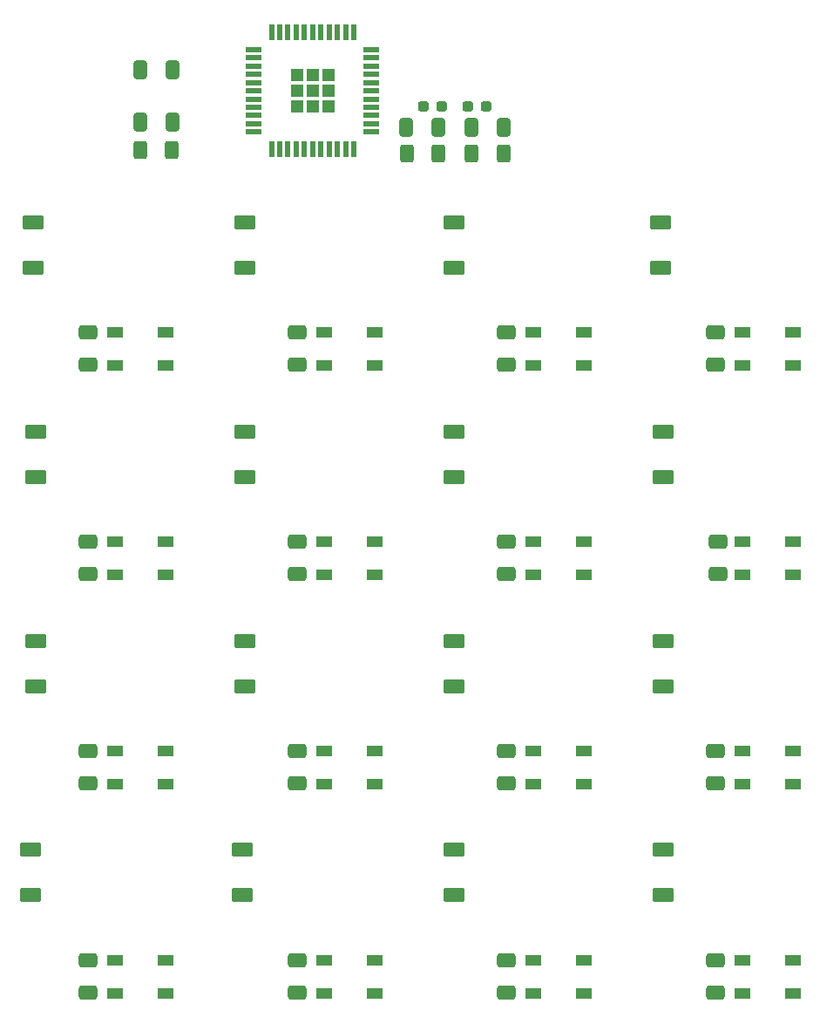
<source format=gbp>
%TF.GenerationSoftware,KiCad,Pcbnew,7.0.1*%
%TF.CreationDate,2023-05-22T14:58:09-04:00*%
%TF.ProjectId,MacroPad,4d616372-6f50-4616-942e-6b696361645f,rev?*%
%TF.SameCoordinates,Original*%
%TF.FileFunction,Paste,Bot*%
%TF.FilePolarity,Positive*%
%FSLAX46Y46*%
G04 Gerber Fmt 4.6, Leading zero omitted, Abs format (unit mm)*
G04 Created by KiCad (PCBNEW 7.0.1) date 2023-05-22 14:58:09*
%MOMM*%
%LPD*%
G01*
G04 APERTURE LIST*
G04 Aperture macros list*
%AMRoundRect*
0 Rectangle with rounded corners*
0 $1 Rounding radius*
0 $2 $3 $4 $5 $6 $7 $8 $9 X,Y pos of 4 corners*
0 Add a 4 corners polygon primitive as box body*
4,1,4,$2,$3,$4,$5,$6,$7,$8,$9,$2,$3,0*
0 Add four circle primitives for the rounded corners*
1,1,$1+$1,$2,$3*
1,1,$1+$1,$4,$5*
1,1,$1+$1,$6,$7*
1,1,$1+$1,$8,$9*
0 Add four rect primitives between the rounded corners*
20,1,$1+$1,$2,$3,$4,$5,0*
20,1,$1+$1,$4,$5,$6,$7,0*
20,1,$1+$1,$6,$7,$8,$9,0*
20,1,$1+$1,$8,$9,$2,$3,0*%
G04 Aperture macros list end*
%ADD10R,1.500000X1.000000*%
%ADD11RoundRect,0.250000X-0.800000X0.450000X-0.800000X-0.450000X0.800000X-0.450000X0.800000X0.450000X0*%
%ADD12R,1.160000X1.160000*%
%ADD13R,0.550000X1.500000*%
%ADD14R,1.500000X0.550000*%
%ADD15RoundRect,0.250000X-0.650000X0.412500X-0.650000X-0.412500X0.650000X-0.412500X0.650000X0.412500X0*%
%ADD16RoundRect,0.250000X-0.412500X-0.650000X0.412500X-0.650000X0.412500X0.650000X-0.412500X0.650000X0*%
%ADD17RoundRect,0.237500X0.287500X0.237500X-0.287500X0.237500X-0.287500X-0.237500X0.287500X-0.237500X0*%
%ADD18RoundRect,0.250000X0.400000X0.625000X-0.400000X0.625000X-0.400000X-0.625000X0.400000X-0.625000X0*%
%ADD19RoundRect,0.250000X0.412500X0.650000X-0.412500X0.650000X-0.412500X-0.650000X0.412500X-0.650000X0*%
%ADD20RoundRect,0.237500X-0.287500X-0.237500X0.287500X-0.237500X0.287500X0.237500X-0.287500X0.237500X0*%
%ADD21RoundRect,0.250000X-0.400000X-0.625000X0.400000X-0.625000X0.400000X0.625000X-0.400000X0.625000X0*%
G04 APERTURE END LIST*
D10*
X91530000Y-118034000D03*
X91530000Y-121234000D03*
X96430000Y-121234000D03*
X96430000Y-118034000D03*
X152490000Y-118034000D03*
X152490000Y-121234000D03*
X157390000Y-121234000D03*
X157390000Y-118034000D03*
X132170000Y-138354000D03*
X132170000Y-141554000D03*
X137070000Y-141554000D03*
X137070000Y-138354000D03*
X152490000Y-97714000D03*
X152490000Y-100914000D03*
X157390000Y-100914000D03*
X157390000Y-97714000D03*
X111850000Y-97714000D03*
X111850000Y-100914000D03*
X116750000Y-100914000D03*
X116750000Y-97714000D03*
X111850000Y-138354000D03*
X111850000Y-141554000D03*
X116750000Y-141554000D03*
X116750000Y-138354000D03*
X152490000Y-77394000D03*
X152490000Y-80594000D03*
X157390000Y-80594000D03*
X157390000Y-77394000D03*
X91530000Y-77394000D03*
X91530000Y-80594000D03*
X96430000Y-80594000D03*
X96430000Y-77394000D03*
X132170000Y-118034000D03*
X132170000Y-121234000D03*
X137070000Y-121234000D03*
X137070000Y-118034000D03*
X91530000Y-97714000D03*
X91530000Y-100914000D03*
X96430000Y-100914000D03*
X96430000Y-97714000D03*
X91530000Y-138354000D03*
X91530000Y-141554000D03*
X96430000Y-141554000D03*
X96430000Y-138354000D03*
X152490000Y-138354000D03*
X152490000Y-141554000D03*
X157390000Y-141554000D03*
X157390000Y-138354000D03*
X111850000Y-118034000D03*
X111850000Y-121234000D03*
X116750000Y-121234000D03*
X116750000Y-118034000D03*
X132170000Y-77394000D03*
X132170000Y-80594000D03*
X137070000Y-80594000D03*
X137070000Y-77394000D03*
X111850000Y-77394000D03*
X111850000Y-80594000D03*
X116750000Y-80594000D03*
X116750000Y-77394000D03*
X132170000Y-97714000D03*
X132170000Y-100914000D03*
X137070000Y-100914000D03*
X137070000Y-97714000D03*
D11*
X104140000Y-66720000D03*
X104140000Y-71120000D03*
X124460000Y-107360000D03*
X124460000Y-111760000D03*
X104140000Y-107360000D03*
X104140000Y-111760000D03*
D12*
X109244000Y-55461000D03*
X110744000Y-55461000D03*
X112244000Y-55461000D03*
X109244000Y-53961000D03*
X110744000Y-53961000D03*
X112244000Y-53961000D03*
X109244000Y-52461000D03*
X110744000Y-52461000D03*
X112244000Y-52461000D03*
D13*
X114744000Y-59661000D03*
X113944000Y-59661000D03*
X113144000Y-59661000D03*
X112344000Y-59661000D03*
X111544000Y-59661000D03*
X110744000Y-59661000D03*
X109944000Y-59661000D03*
X109144000Y-59661000D03*
X108344000Y-59661000D03*
X107544000Y-59661000D03*
X106744000Y-59661000D03*
D14*
X105044000Y-57961000D03*
X105044000Y-57161000D03*
X105044000Y-56361000D03*
X105044000Y-55561000D03*
X105044000Y-54761000D03*
X105044000Y-53961000D03*
X105044000Y-53161000D03*
X105044000Y-52361000D03*
X105044000Y-51561000D03*
X105044000Y-50761000D03*
X105044000Y-49961000D03*
D13*
X106744000Y-48261000D03*
X107544000Y-48261000D03*
X108344000Y-48261000D03*
X109144000Y-48261000D03*
X109944000Y-48261000D03*
X110744000Y-48261000D03*
X111544000Y-48261000D03*
X112344000Y-48261000D03*
X113144000Y-48261000D03*
X113944000Y-48261000D03*
X114744000Y-48261000D03*
D14*
X116444000Y-49961000D03*
X116444000Y-50761000D03*
X116444000Y-51561000D03*
X116444000Y-52361000D03*
X116444000Y-53161000D03*
X116444000Y-53961000D03*
X116444000Y-54761000D03*
X116444000Y-55561000D03*
X116444000Y-56361000D03*
X116444000Y-57161000D03*
X116444000Y-57961000D03*
D15*
X129540000Y-97751500D03*
X129540000Y-100876500D03*
D11*
X83820000Y-107360000D03*
X83820000Y-111760000D03*
D16*
X93965500Y-51939000D03*
X97090500Y-51939000D03*
D11*
X104140000Y-87040000D03*
X104140000Y-91440000D03*
D15*
X129540000Y-77431500D03*
X129540000Y-80556500D03*
D11*
X144780000Y-127594000D03*
X144780000Y-131994000D03*
D15*
X88900000Y-97751500D03*
X88900000Y-100876500D03*
X149860000Y-138391500D03*
X149860000Y-141516500D03*
X109220000Y-118071500D03*
X109220000Y-121196500D03*
X149860000Y-118071500D03*
X149860000Y-121196500D03*
D17*
X127582500Y-55509000D03*
X125832500Y-55509000D03*
D18*
X122962000Y-60081000D03*
X119862000Y-60081000D03*
D11*
X124460000Y-87040000D03*
X124460000Y-91440000D03*
X144780000Y-107360000D03*
X144780000Y-111760000D03*
X103886000Y-127594000D03*
X103886000Y-131994000D03*
D15*
X88900000Y-77431500D03*
X88900000Y-80556500D03*
X129540000Y-138391500D03*
X129540000Y-141516500D03*
X109220000Y-77431500D03*
X109220000Y-80556500D03*
X109220000Y-138391500D03*
X109220000Y-141516500D03*
X149860000Y-77431500D03*
X149860000Y-80556500D03*
D16*
X126161000Y-57541000D03*
X129286000Y-57541000D03*
D11*
X83566000Y-66720000D03*
X83566000Y-71120000D03*
D15*
X129540000Y-118071500D03*
X129540000Y-121196500D03*
X88900000Y-138391500D03*
X88900000Y-141516500D03*
X150114000Y-97751500D03*
X150114000Y-100876500D03*
D11*
X124460000Y-127594000D03*
X124460000Y-131994000D03*
D16*
X93965500Y-57019000D03*
X97090500Y-57019000D03*
D19*
X122936000Y-57541000D03*
X119811000Y-57541000D03*
D11*
X144526000Y-66720000D03*
X144526000Y-71120000D03*
X83312000Y-127594000D03*
X83312000Y-131994000D03*
D15*
X88900000Y-118071500D03*
X88900000Y-121196500D03*
D11*
X144780000Y-87040000D03*
X144780000Y-91440000D03*
D18*
X129273500Y-60081000D03*
X126173500Y-60081000D03*
D20*
X121553000Y-55509000D03*
X123303000Y-55509000D03*
D21*
X93978000Y-59690000D03*
X97078000Y-59690000D03*
D11*
X83820000Y-87040000D03*
X83820000Y-91440000D03*
X124460000Y-66720000D03*
X124460000Y-71120000D03*
D15*
X109220000Y-97751500D03*
X109220000Y-100876500D03*
M02*

</source>
